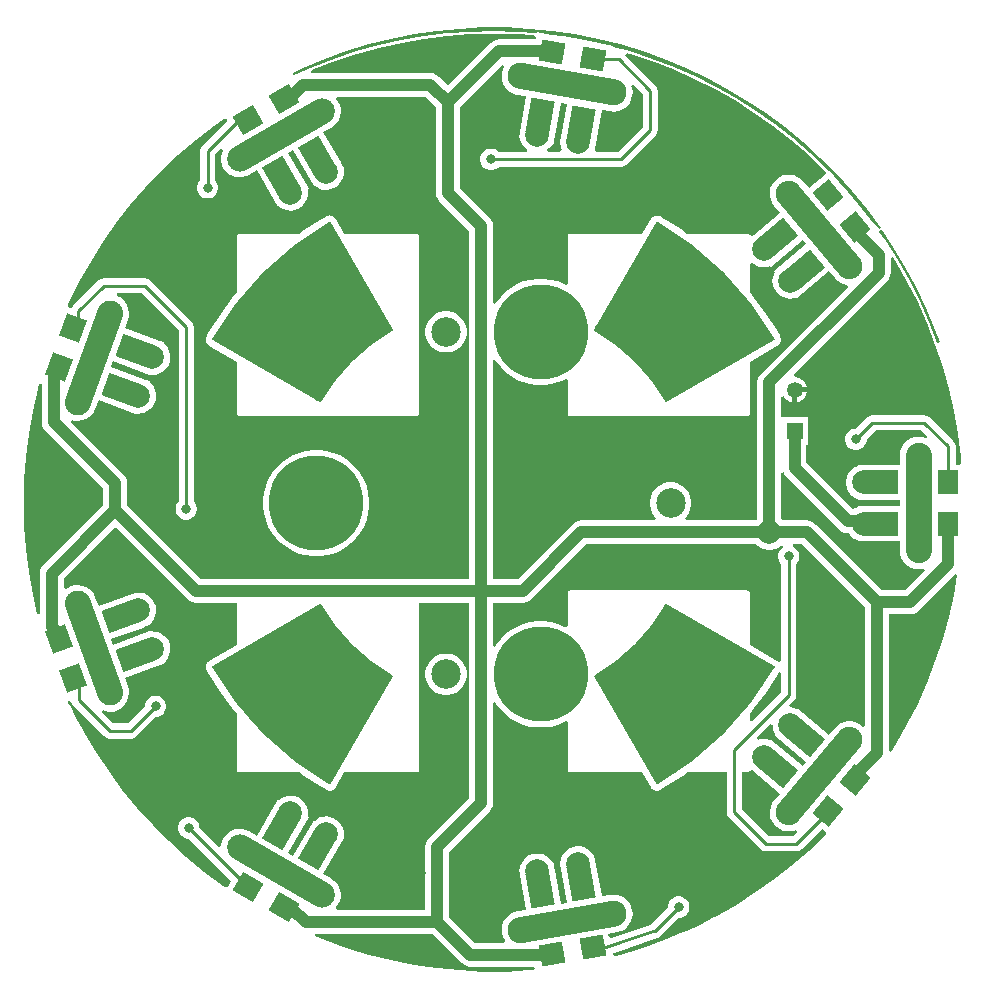
<source format=gtl>
G04*
G04 #@! TF.GenerationSoftware,Altium Limited,Altium Designer,21.7.2 (23)*
G04*
G04 Layer_Physical_Order=1*
G04 Layer_Color=255*
%FSLAX44Y44*%
%MOMM*%
G71*
G04*
G04 #@! TF.SameCoordinates,2A747545-166F-4027-A645-87B35D0606EC*
G04*
G04*
G04 #@! TF.FilePolarity,Positive*
G04*
G01*
G75*
%ADD10C,0.2000*%
%ADD24C,0.2500*%
%ADD25C,0.2540*%
G04:AMPARAMS|DCode=26|XSize=2mm|YSize=3mm|CornerRadius=0mm|HoleSize=0mm|Usage=FLASHONLY|Rotation=230.000|XOffset=0mm|YOffset=0mm|HoleType=Round|Shape=Rectangle|*
%AMROTATEDRECTD26*
4,1,4,-0.5063,1.7302,1.7919,-0.1981,0.5063,-1.7302,-1.7919,0.1981,-0.5063,1.7302,0.0*
%
%ADD26ROTATEDRECTD26*%

%ADD27C,2.0000*%
G04:AMPARAMS|DCode=28|XSize=1.8mm|YSize=2mm|CornerRadius=0mm|HoleSize=0mm|Usage=FLASHONLY|Rotation=140.000|XOffset=0mm|YOffset=0mm|HoleType=Round|Shape=Rectangle|*
%AMROTATEDRECTD28*
4,1,4,1.3322,0.1875,0.0467,-1.3445,-1.3322,-0.1875,-0.0467,1.3445,1.3322,0.1875,0.0*
%
%ADD28ROTATEDRECTD28*%

G04:AMPARAMS|DCode=29|XSize=2mm|YSize=3mm|CornerRadius=0mm|HoleSize=0mm|Usage=FLASHONLY|Rotation=10.000|XOffset=0mm|YOffset=0mm|HoleType=Round|Shape=Rectangle|*
%AMROTATEDRECTD29*
4,1,4,-0.7243,-1.6509,-1.2453,1.3036,0.7243,1.6509,1.2453,-1.3036,-0.7243,-1.6509,0.0*
%
%ADD29ROTATEDRECTD29*%

G04:AMPARAMS|DCode=30|XSize=1.8mm|YSize=2mm|CornerRadius=0mm|HoleSize=0mm|Usage=FLASHONLY|Rotation=100.000|XOffset=0mm|YOffset=0mm|HoleType=Round|Shape=Rectangle|*
%AMROTATEDRECTD30*
4,1,4,1.1411,-0.7127,-0.8285,-1.0600,-1.1411,0.7127,0.8285,1.0600,1.1411,-0.7127,0.0*
%
%ADD30ROTATEDRECTD30*%

G04:AMPARAMS|DCode=31|XSize=2mm|YSize=3mm|CornerRadius=0mm|HoleSize=0mm|Usage=FLASHONLY|Rotation=150.000|XOffset=0mm|YOffset=0mm|HoleType=Round|Shape=Rectangle|*
%AMROTATEDRECTD31*
4,1,4,1.6160,0.7990,0.1160,-1.7990,-1.6160,-0.7990,-0.1160,1.7990,1.6160,0.7990,0.0*
%
%ADD31ROTATEDRECTD31*%

G04:AMPARAMS|DCode=32|XSize=1.8mm|YSize=2mm|CornerRadius=0mm|HoleSize=0mm|Usage=FLASHONLY|Rotation=60.000|XOffset=0mm|YOffset=0mm|HoleType=Round|Shape=Rectangle|*
%AMROTATEDRECTD32*
4,1,4,0.4160,-1.2794,-1.3160,-0.2794,-0.4160,1.2794,1.3160,0.2794,0.4160,-1.2794,0.0*
%
%ADD32ROTATEDRECTD32*%

G04:AMPARAMS|DCode=33|XSize=2mm|YSize=3mm|CornerRadius=0mm|HoleSize=0mm|Usage=FLASHONLY|Rotation=210.000|XOffset=0mm|YOffset=0mm|HoleType=Round|Shape=Rectangle|*
%AMROTATEDRECTD33*
4,1,4,0.1160,1.7990,1.6160,-0.7990,-0.1160,-1.7990,-1.6160,0.7990,0.1160,1.7990,0.0*
%
%ADD33ROTATEDRECTD33*%

G04:AMPARAMS|DCode=34|XSize=1.8mm|YSize=2mm|CornerRadius=0mm|HoleSize=0mm|Usage=FLASHONLY|Rotation=300.000|XOffset=0mm|YOffset=0mm|HoleType=Round|Shape=Rectangle|*
%AMROTATEDRECTD34*
4,1,4,-1.3160,0.2794,0.4160,1.2794,1.3160,-0.2794,-0.4160,-1.2794,-1.3160,0.2794,0.0*
%
%ADD34ROTATEDRECTD34*%

G04:AMPARAMS|DCode=35|XSize=2mm|YSize=3mm|CornerRadius=0mm|HoleSize=0mm|Usage=FLASHONLY|Rotation=70.000|XOffset=0mm|YOffset=0mm|HoleType=Round|Shape=Rectangle|*
%AMROTATEDRECTD35*
4,1,4,1.0675,-1.4527,-1.7516,-0.4267,-1.0675,1.4527,1.7516,0.4267,1.0675,-1.4527,0.0*
%
%ADD35ROTATEDRECTD35*%

G04:AMPARAMS|DCode=36|XSize=1.8mm|YSize=2mm|CornerRadius=0mm|HoleSize=0mm|Usage=FLASHONLY|Rotation=340.000|XOffset=0mm|YOffset=0mm|HoleType=Round|Shape=Rectangle|*
%AMROTATEDRECTD36*
4,1,4,-1.1877,-0.6319,-0.5037,1.2475,1.1877,0.6319,0.5037,-1.2475,-1.1877,-0.6319,0.0*
%
%ADD36ROTATEDRECTD36*%

G04:AMPARAMS|DCode=37|XSize=2mm|YSize=3mm|CornerRadius=0mm|HoleSize=0mm|Usage=FLASHONLY|Rotation=290.000|XOffset=0mm|YOffset=0mm|HoleType=Round|Shape=Rectangle|*
%AMROTATEDRECTD37*
4,1,4,-1.7516,0.4267,1.0675,1.4527,1.7516,-0.4267,-1.0675,-1.4527,-1.7516,0.4267,0.0*
%
%ADD37ROTATEDRECTD37*%

G04:AMPARAMS|DCode=38|XSize=1.8mm|YSize=2mm|CornerRadius=0mm|HoleSize=0mm|Usage=FLASHONLY|Rotation=20.000|XOffset=0mm|YOffset=0mm|HoleType=Round|Shape=Rectangle|*
%AMROTATEDRECTD38*
4,1,4,-0.5037,-1.2475,-1.1877,0.6319,0.5037,1.2475,1.1877,-0.6319,-0.5037,-1.2475,0.0*
%
%ADD38ROTATEDRECTD38*%

G04:AMPARAMS|DCode=39|XSize=2mm|YSize=3mm|CornerRadius=0mm|HoleSize=0mm|Usage=FLASHONLY|Rotation=350.000|XOffset=0mm|YOffset=0mm|HoleType=Round|Shape=Rectangle|*
%AMROTATEDRECTD39*
4,1,4,-1.2453,-1.3036,-0.7243,1.6509,1.2453,1.3036,0.7243,-1.6509,-1.2453,-1.3036,0.0*
%
%ADD39ROTATEDRECTD39*%

G04:AMPARAMS|DCode=40|XSize=1.8mm|YSize=2mm|CornerRadius=0mm|HoleSize=0mm|Usage=FLASHONLY|Rotation=260.000|XOffset=0mm|YOffset=0mm|HoleType=Round|Shape=Rectangle|*
%AMROTATEDRECTD40*
4,1,4,-0.8285,1.0600,1.1411,0.7127,0.8285,-1.0600,-1.1411,-0.7127,-0.8285,1.0600,0.0*
%
%ADD40ROTATEDRECTD40*%

%ADD41R,3.0000X2.0000*%
%ADD42R,1.8000X2.0000*%
G04:AMPARAMS|DCode=43|XSize=2mm|YSize=3mm|CornerRadius=0mm|HoleSize=0mm|Usage=FLASHONLY|Rotation=130.000|XOffset=0mm|YOffset=0mm|HoleType=Round|Shape=Rectangle|*
%AMROTATEDRECTD43*
4,1,4,1.7919,0.1981,-0.5063,-1.7302,-1.7919,-0.1981,0.5063,1.7302,1.7919,0.1981,0.0*
%
%ADD43ROTATEDRECTD43*%

G04:AMPARAMS|DCode=44|XSize=1.8mm|YSize=2mm|CornerRadius=0mm|HoleSize=0mm|Usage=FLASHONLY|Rotation=220.000|XOffset=0mm|YOffset=0mm|HoleType=Round|Shape=Rectangle|*
%AMROTATEDRECTD44*
4,1,4,0.0467,1.3445,1.3322,-0.1875,-0.0467,-1.3445,-1.3322,0.1875,0.0467,1.3445,0.0*
%
%ADD44ROTATEDRECTD44*%

%ADD45C,1.0000*%
%ADD46C,0.6000*%
G04:AMPARAMS|DCode=47|XSize=2.2mm|YSize=10.2mm|CornerRadius=1.1mm|HoleSize=0mm|Usage=FLASHONLY|Rotation=140.000|XOffset=0mm|YOffset=0mm|HoleType=Round|Shape=RoundedRectangle|*
%AMROUNDEDRECTD47*
21,1,2.2000,8.0000,0,0,140.0*
21,1,0.0000,10.2000,0,0,140.0*
1,1,2.2000,2.5712,3.0642*
1,1,2.2000,2.5712,3.0642*
1,1,2.2000,-2.5712,-3.0642*
1,1,2.2000,-2.5712,-3.0642*
%
%ADD47ROUNDEDRECTD47*%
G04:AMPARAMS|DCode=48|XSize=2.2mm|YSize=10.2mm|CornerRadius=1.1mm|HoleSize=0mm|Usage=FLASHONLY|Rotation=100.000|XOffset=0mm|YOffset=0mm|HoleType=Round|Shape=RoundedRectangle|*
%AMROUNDEDRECTD48*
21,1,2.2000,8.0000,0,0,100.0*
21,1,0.0000,10.2000,0,0,100.0*
1,1,2.2000,3.9392,0.6946*
1,1,2.2000,3.9392,0.6946*
1,1,2.2000,-3.9392,-0.6946*
1,1,2.2000,-3.9392,-0.6946*
%
%ADD48ROUNDEDRECTD48*%
G04:AMPARAMS|DCode=49|XSize=2.2mm|YSize=10.2mm|CornerRadius=1.1mm|HoleSize=0mm|Usage=FLASHONLY|Rotation=60.000|XOffset=0mm|YOffset=0mm|HoleType=Round|Shape=RoundedRectangle|*
%AMROUNDEDRECTD49*
21,1,2.2000,8.0000,0,0,60.0*
21,1,0.0000,10.2000,0,0,60.0*
1,1,2.2000,3.4641,-2.0000*
1,1,2.2000,3.4641,-2.0000*
1,1,2.2000,-3.4641,2.0000*
1,1,2.2000,-3.4641,2.0000*
%
%ADD49ROUNDEDRECTD49*%
G04:AMPARAMS|DCode=50|XSize=2.2mm|YSize=10.2mm|CornerRadius=1.1mm|HoleSize=0mm|Usage=FLASHONLY|Rotation=300.000|XOffset=0mm|YOffset=0mm|HoleType=Round|Shape=RoundedRectangle|*
%AMROUNDEDRECTD50*
21,1,2.2000,8.0000,0,0,300.0*
21,1,0.0000,10.2000,0,0,300.0*
1,1,2.2000,-3.4641,-2.0000*
1,1,2.2000,-3.4641,-2.0000*
1,1,2.2000,3.4641,2.0000*
1,1,2.2000,3.4641,2.0000*
%
%ADD50ROUNDEDRECTD50*%
G04:AMPARAMS|DCode=51|XSize=2.2mm|YSize=10.2mm|CornerRadius=1.1mm|HoleSize=0mm|Usage=FLASHONLY|Rotation=340.000|XOffset=0mm|YOffset=0mm|HoleType=Round|Shape=RoundedRectangle|*
%AMROUNDEDRECTD51*
21,1,2.2000,8.0000,0,0,340.0*
21,1,0.0000,10.2000,0,0,340.0*
1,1,2.2000,-1.3681,-3.7588*
1,1,2.2000,-1.3681,-3.7588*
1,1,2.2000,1.3681,3.7588*
1,1,2.2000,1.3681,3.7588*
%
%ADD51ROUNDEDRECTD51*%
G04:AMPARAMS|DCode=52|XSize=2.2mm|YSize=10.2mm|CornerRadius=1.1mm|HoleSize=0mm|Usage=FLASHONLY|Rotation=20.000|XOffset=0mm|YOffset=0mm|HoleType=Round|Shape=RoundedRectangle|*
%AMROUNDEDRECTD52*
21,1,2.2000,8.0000,0,0,20.0*
21,1,0.0000,10.2000,0,0,20.0*
1,1,2.2000,1.3681,-3.7588*
1,1,2.2000,1.3681,-3.7588*
1,1,2.2000,-1.3681,3.7588*
1,1,2.2000,-1.3681,3.7588*
%
%ADD52ROUNDEDRECTD52*%
G04:AMPARAMS|DCode=53|XSize=2.2mm|YSize=10.2mm|CornerRadius=1.1mm|HoleSize=0mm|Usage=FLASHONLY|Rotation=260.000|XOffset=0mm|YOffset=0mm|HoleType=Round|Shape=RoundedRectangle|*
%AMROUNDEDRECTD53*
21,1,2.2000,8.0000,0,0,260.0*
21,1,0.0000,10.2000,0,0,260.0*
1,1,2.2000,-3.9392,0.6946*
1,1,2.2000,-3.9392,0.6946*
1,1,2.2000,3.9392,-0.6946*
1,1,2.2000,3.9392,-0.6946*
%
%ADD53ROUNDEDRECTD53*%
G04:AMPARAMS|DCode=54|XSize=2.2mm|YSize=10.2mm|CornerRadius=1.1mm|HoleSize=0mm|Usage=FLASHONLY|Rotation=180.000|XOffset=0mm|YOffset=0mm|HoleType=Round|Shape=RoundedRectangle|*
%AMROUNDEDRECTD54*
21,1,2.2000,8.0000,0,0,180.0*
21,1,0.0000,10.2000,0,0,180.0*
1,1,2.2000,0.0000,4.0000*
1,1,2.2000,0.0000,4.0000*
1,1,2.2000,0.0000,-4.0000*
1,1,2.2000,0.0000,-4.0000*
%
%ADD54ROUNDEDRECTD54*%
G04:AMPARAMS|DCode=55|XSize=2.2mm|YSize=10.2mm|CornerRadius=1.1mm|HoleSize=0mm|Usage=FLASHONLY|Rotation=220.000|XOffset=0mm|YOffset=0mm|HoleType=Round|Shape=RoundedRectangle|*
%AMROUNDEDRECTD55*
21,1,2.2000,8.0000,0,0,220.0*
21,1,0.0000,10.2000,0,0,220.0*
1,1,2.2000,-2.5712,3.0642*
1,1,2.2000,-2.5712,3.0642*
1,1,2.2000,2.5712,-3.0642*
1,1,2.2000,2.5712,-3.0642*
%
%ADD55ROUNDEDRECTD55*%
%ADD56C,2.5000*%
%ADD57C,1.3500*%
%ADD58R,1.3500X1.3500*%
%ADD59C,8.0000*%
%ADD60C,0.8000*%
%ADD61C,0.4000*%
G36*
X19504Y397014D02*
X34754Y395889D01*
X35990Y394134D01*
X35526Y392710D01*
X4793D01*
X2183Y392366D01*
X-250Y391359D01*
X-2339Y389756D01*
X-38551Y353544D01*
X-46139Y361132D01*
X-48228Y362735D01*
X-50661Y363743D01*
X-53271Y364086D01*
X-154390D01*
X-154804Y366043D01*
X-152114Y367235D01*
X-133911Y374257D01*
X-115386Y380377D01*
X-96583Y385580D01*
X-77547Y389855D01*
X-58324Y393190D01*
X-38961Y395579D01*
X-19504Y397014D01*
X0Y397493D01*
X19504Y397014D01*
D02*
G37*
G36*
X126628Y346361D02*
Y318640D01*
X105360Y297372D01*
X87260D01*
X85789Y299373D01*
X91728Y333054D01*
X99114Y331752D01*
X102256Y331511D01*
X105386Y331889D01*
X108381Y332869D01*
X111127Y334415D01*
X113519Y336467D01*
X115465Y338946D01*
X116890Y341758D01*
X117739Y344793D01*
X117979Y347936D01*
X117602Y351065D01*
X116875Y353284D01*
X118628Y354361D01*
X126628Y346361D01*
D02*
G37*
G36*
X62184Y338264D02*
X57157Y309758D01*
X57157Y309758D01*
X56644Y306848D01*
Y306848D01*
X56033Y303379D01*
X56855Y303234D01*
X57348Y301010D01*
X58068Y299373D01*
X56840Y297372D01*
X46273D01*
X45642Y299372D01*
X47018Y300336D01*
X49062Y302471D01*
X50286Y304392D01*
X51108Y304247D01*
X51720Y307716D01*
X51720Y307717D01*
X52233Y310626D01*
Y310626D01*
X57259Y339132D01*
X62184Y338264D01*
D02*
G37*
G36*
X115386Y380377D02*
X133911Y374257D01*
X152114Y367235D01*
X169950Y359329D01*
X187377Y350557D01*
X204352Y340941D01*
X220835Y330503D01*
X236786Y319269D01*
X252167Y307266D01*
X266940Y294523D01*
X281070Y281070D01*
X281544Y280572D01*
X281432Y278575D01*
X267201Y266634D01*
X262381Y272380D01*
X260128Y274584D01*
X257488Y276306D01*
X254563Y277480D01*
X251466Y278062D01*
X248314Y278027D01*
X245230Y277379D01*
X242332Y276141D01*
X239730Y274361D01*
X237526Y272108D01*
X235804Y269469D01*
X234629Y266544D01*
X234048Y263447D01*
X234083Y260295D01*
X234731Y257211D01*
X235969Y254312D01*
X237749Y251711D01*
X242570Y245965D01*
X220396Y227360D01*
X220396Y227360D01*
X218971Y226164D01*
X218917Y226160D01*
X216992Y226748D01*
X216833Y226878D01*
X216780Y226936D01*
X216442Y227442D01*
X215780Y227884D01*
X215000Y228039D01*
X164269D01*
X160455Y230845D01*
X146448Y239902D01*
X142037Y242390D01*
X141657Y242723D01*
X141275Y242852D01*
X140939Y243077D01*
X140154Y243233D01*
X139396Y243490D01*
X138994Y243464D01*
X138598Y243542D01*
X137813Y243386D01*
X137015Y243334D01*
X136653Y243155D01*
X136257Y243077D01*
X135591Y242632D01*
X134874Y242278D01*
X134608Y241975D01*
X134272Y241751D01*
X133828Y241085D01*
X133300Y240484D01*
X126115Y228039D01*
X65000D01*
X64220Y227884D01*
X63558Y227442D01*
X63116Y226780D01*
X62961Y226000D01*
Y185705D01*
X61229Y184705D01*
X59946Y185446D01*
X54496Y187703D01*
X48798Y189230D01*
X42949Y190000D01*
X37050D01*
X31202Y189230D01*
X25504Y187703D01*
X20054Y185446D01*
X14946Y182496D01*
X10266Y178905D01*
X6095Y174734D01*
X2504Y170054D01*
X1640Y168559D01*
X-292Y169076D01*
Y234378D01*
X-635Y236989D01*
X-1643Y239421D01*
X-3246Y241510D01*
X-28465Y266729D01*
Y335102D01*
X7862Y371428D01*
X8014Y371382D01*
X8189Y371239D01*
X8995Y368997D01*
X8137Y367304D01*
X7288Y364268D01*
X7048Y361126D01*
X7425Y357997D01*
X8405Y355002D01*
X9951Y352255D01*
X12003Y349863D01*
X14483Y347917D01*
X17294Y346492D01*
X20329Y345644D01*
X27715Y344341D01*
X21564Y309457D01*
X22387Y309312D01*
X22880Y307087D01*
X24070Y304383D01*
X25765Y301962D01*
X27899Y299919D01*
X28757Y299372D01*
X28174Y297372D01*
X4355D01*
X3526Y298202D01*
X1474Y299387D01*
X-815Y300000D01*
X-3185D01*
X-5474Y299387D01*
X-7526Y298202D01*
X-9202Y296526D01*
X-10387Y294474D01*
X-11000Y292185D01*
Y289815D01*
X-10387Y287526D01*
X-9202Y285474D01*
X-7526Y283798D01*
X-5474Y282613D01*
X-3185Y282000D01*
X-815D01*
X1474Y282613D01*
X3526Y283798D01*
X4355Y284628D01*
X108000D01*
X110439Y285113D01*
X112506Y286494D01*
X137506Y311494D01*
X138887Y313561D01*
X139372Y316000D01*
Y349000D01*
X138887Y351439D01*
X137506Y353506D01*
X111686Y379325D01*
X112728Y381112D01*
X115386Y380377D01*
D02*
G37*
G36*
X-48637Y335102D02*
Y262551D01*
X-48293Y259940D01*
X-47286Y257508D01*
X-45683Y255419D01*
X-20464Y230200D01*
Y-64012D01*
X-247631D01*
X-310050Y-1593D01*
Y16577D01*
X-310394Y19187D01*
X-311401Y21620D01*
X-313004Y23709D01*
X-357729Y68434D01*
X-356702Y70235D01*
X-354416Y69649D01*
X-351269Y69478D01*
X-348149Y69923D01*
X-345176Y70968D01*
X-342463Y72574D01*
X-340117Y74678D01*
X-338225Y77199D01*
X-336862Y80041D01*
X-334297Y87088D01*
X-301011Y74973D01*
X-300725Y75758D01*
X-298449Y75858D01*
X-295579Y76560D01*
X-292901Y77808D01*
X-290518Y79556D01*
X-288522Y81734D01*
X-286989Y84260D01*
X-285978Y87037D01*
X-285529Y89957D01*
X-285658Y92909D01*
X-286360Y95779D01*
X-287609Y98457D01*
X-289356Y100840D01*
X-291036Y102379D01*
X-290750Y103164D01*
X-294060Y104369D01*
X-294060Y104369D01*
X-296837Y105379D01*
X-296837Y105379D01*
X-324037Y115279D01*
X-322327Y119978D01*
X-289040Y107863D01*
X-288755Y108647D01*
X-286478Y108747D01*
X-283608Y109449D01*
X-280930Y110698D01*
X-278547Y112445D01*
X-276551Y114623D01*
X-275018Y117149D01*
X-274008Y119926D01*
X-273558Y122846D01*
X-273687Y125798D01*
X-274389Y128668D01*
X-275638Y131346D01*
X-277385Y133729D01*
X-279065Y135268D01*
X-278780Y136053D01*
X-282090Y137258D01*
X-282090Y137258D01*
X-284866Y138269D01*
X-284867Y138269D01*
X-312066Y148168D01*
X-309501Y155216D01*
X-308718Y158269D01*
X-308546Y161416D01*
X-308992Y164536D01*
X-310037Y167510D01*
X-311643Y170222D01*
X-313747Y172568D01*
X-316268Y174460D01*
X-318703Y175628D01*
X-318271Y177628D01*
X-297640D01*
X-266372Y146360D01*
Y1355D01*
X-267202Y526D01*
X-268387Y-1526D01*
X-269000Y-3815D01*
Y-6185D01*
X-268387Y-8474D01*
X-267202Y-10526D01*
X-265526Y-12202D01*
X-263474Y-13387D01*
X-261185Y-14000D01*
X-258815D01*
X-256526Y-13387D01*
X-254474Y-12202D01*
X-252798Y-10526D01*
X-251613Y-8474D01*
X-251000Y-6185D01*
Y-3815D01*
X-251613Y-1526D01*
X-252798Y526D01*
X-253628Y1355D01*
Y149000D01*
X-254113Y151439D01*
X-255494Y153506D01*
X-290494Y188506D01*
X-292561Y189887D01*
X-295000Y190372D01*
X-330000D01*
X-332439Y189887D01*
X-334506Y188506D01*
X-356124Y166888D01*
X-357505Y164821D01*
X-357628Y164752D01*
X-359700Y165506D01*
X-360483Y167346D01*
X-359329Y169950D01*
X-350557Y187377D01*
X-340941Y204352D01*
X-330503Y220835D01*
X-319269Y236786D01*
X-307266Y252167D01*
X-294523Y266940D01*
X-281070Y281070D01*
X-266940Y294523D01*
X-252167Y307266D01*
X-236786Y319269D01*
X-227996Y325460D01*
X-225845Y324868D01*
X-225335Y323600D01*
X-246506Y302430D01*
X-247887Y300362D01*
X-248372Y297924D01*
Y273355D01*
X-249202Y272526D01*
X-250387Y270474D01*
X-251000Y268185D01*
Y265815D01*
X-250387Y263526D01*
X-249202Y261474D01*
X-247526Y259798D01*
X-245474Y258613D01*
X-243185Y258000D01*
X-240815D01*
X-238526Y258613D01*
X-236474Y259798D01*
X-234798Y261474D01*
X-233613Y263526D01*
X-233000Y265815D01*
Y268185D01*
X-233613Y270474D01*
X-234798Y272526D01*
X-235628Y273355D01*
Y295284D01*
X-230403Y300509D01*
X-228826Y299257D01*
X-229060Y298880D01*
X-230171Y295930D01*
X-230684Y292821D01*
X-230581Y289671D01*
X-229865Y286601D01*
X-228564Y283731D01*
X-226729Y281169D01*
X-224428Y279014D01*
X-221752Y277350D01*
X-218802Y276240D01*
X-215693Y275726D01*
X-212542Y275829D01*
X-209473Y276545D01*
X-206602Y277846D01*
X-200107Y281596D01*
X-182396Y250919D01*
X-181672Y251336D01*
X-179865Y249949D01*
X-177215Y248643D01*
X-174361Y247878D01*
X-171412Y247684D01*
X-168483Y248070D01*
X-165685Y249020D01*
X-163126Y250497D01*
X-160905Y252446D01*
X-159106Y254790D01*
X-157799Y257440D01*
X-157034Y260294D01*
X-156841Y263242D01*
X-157138Y265501D01*
X-156415Y265919D01*
X-158176Y268969D01*
X-158176Y268969D01*
X-159654Y271528D01*
X-159654Y271528D01*
X-174126Y296596D01*
X-169796Y299096D01*
X-152085Y268419D01*
X-151362Y268836D01*
X-149554Y267449D01*
X-146904Y266143D01*
X-144050Y265378D01*
X-141101Y265184D01*
X-138172Y265570D01*
X-135374Y266520D01*
X-132815Y267997D01*
X-130594Y269946D01*
X-128795Y272290D01*
X-127488Y274940D01*
X-126723Y277794D01*
X-126530Y280742D01*
X-126827Y283001D01*
X-126104Y283419D01*
X-127865Y286469D01*
X-127865Y286469D01*
X-129343Y289028D01*
X-129343Y289029D01*
X-143815Y314096D01*
X-137320Y317846D01*
X-134758Y319681D01*
X-132604Y321982D01*
X-130940Y324658D01*
X-129829Y327608D01*
X-129316Y330718D01*
X-129419Y333868D01*
X-130135Y336937D01*
X-131435Y339808D01*
X-132945Y341914D01*
X-132255Y343914D01*
X-57449D01*
X-48637Y335102D01*
D02*
G37*
G36*
X30409Y401688D02*
X49936Y399765D01*
X69346Y396886D01*
X88590Y393058D01*
X107624Y388290D01*
X126401Y382594D01*
X144876Y375984D01*
X163004Y368475D01*
X180742Y360086D01*
X198047Y350836D01*
X214877Y340748D01*
X231192Y329847D01*
X246952Y318158D01*
X262120Y305711D01*
X276659Y292533D01*
X290533Y278659D01*
X303710Y264120D01*
X316158Y248952D01*
X327847Y233192D01*
X328042Y232899D01*
X326440Y231698D01*
X319267Y240246D01*
X308911Y253517D01*
X296099Y268369D01*
X292478Y272172D01*
X284761Y281369D01*
X284184Y280884D01*
X282574Y282574D01*
X268369Y296099D01*
X253517Y308911D01*
X238054Y320978D01*
X222017Y332272D01*
X205446Y342766D01*
X188380Y352434D01*
X170860Y361253D01*
X152928Y369201D01*
X134628Y376260D01*
X116004Y382413D01*
X101156Y386522D01*
X101292Y387295D01*
X89022Y389458D01*
X77962Y391942D01*
X58636Y395295D01*
X49596Y396410D01*
X37279Y398582D01*
X37149Y397845D01*
X19608Y399139D01*
X0Y399620D01*
X-19608Y399139D01*
X-39170Y397696D01*
X-58636Y395295D01*
X-77962Y391942D01*
X-97100Y387644D01*
X-116004Y382413D01*
X-134628Y376260D01*
X-152928Y369201D01*
X-169152Y362010D01*
X-169503Y362243D01*
X-169340Y364533D01*
X-161004Y368475D01*
X-142876Y375984D01*
X-124401Y382594D01*
X-105624Y388290D01*
X-86590Y393058D01*
X-67346Y396886D01*
X-47936Y399765D01*
X-28409Y401688D01*
X-8811Y402651D01*
X10811D01*
X30409Y401688D01*
D02*
G37*
G36*
X265067Y219154D02*
X237932Y196385D01*
X238469Y195745D01*
X237416Y193724D01*
X236590Y190887D01*
X236332Y187944D01*
X236654Y185007D01*
X237542Y182189D01*
X238963Y179598D01*
X240863Y177335D01*
X243167Y175485D01*
X245788Y174121D01*
X248625Y173294D01*
X251568Y173036D01*
X254505Y173358D01*
X256679Y174043D01*
X257215Y173404D01*
X284351Y196173D01*
X289172Y190427D01*
X291424Y188223D01*
X294064Y186501D01*
X296989Y185327D01*
X299335Y184886D01*
X300148Y182870D01*
X226580Y109303D01*
X224977Y107214D01*
X223970Y104781D01*
X223626Y102171D01*
Y-13437D01*
X222585Y-14478D01*
X163099D01*
X162271Y-12478D01*
X163593Y-11156D01*
X165508Y-8289D01*
X166828Y-5105D01*
X167500Y-1724D01*
Y1724D01*
X166828Y5105D01*
X165508Y8289D01*
X163593Y11156D01*
X161156Y13593D01*
X158289Y15508D01*
X155105Y16827D01*
X151724Y17500D01*
X148276D01*
X144895Y16827D01*
X141711Y15508D01*
X138844Y13593D01*
X136407Y11156D01*
X134492Y8289D01*
X133173Y5105D01*
X132500Y1724D01*
Y-1724D01*
X133173Y-5105D01*
X134492Y-8289D01*
X136407Y-11156D01*
X137729Y-12478D01*
X136901Y-14478D01*
X74436D01*
X71825Y-14822D01*
X69393Y-15829D01*
X67304Y-17432D01*
X20724Y-64012D01*
X-292D01*
Y120924D01*
X1640Y121441D01*
X2504Y119946D01*
X6095Y115266D01*
X10266Y111095D01*
X14946Y107504D01*
X20054Y104554D01*
X25504Y102297D01*
X31202Y100770D01*
X37050Y100000D01*
X42949D01*
X48798Y100770D01*
X54496Y102297D01*
X59946Y104554D01*
X61229Y105295D01*
X62961Y104295D01*
Y76000D01*
X63116Y75220D01*
X63558Y74558D01*
X64220Y74116D01*
X65000Y73961D01*
X215000D01*
X215780Y74116D01*
X216442Y74558D01*
X216884Y75220D01*
X217039Y76000D01*
Y119764D01*
X240484Y133300D01*
X241085Y133828D01*
X241751Y134272D01*
X241975Y134608D01*
X242278Y134874D01*
X242632Y135591D01*
X243077Y136257D01*
X243155Y136653D01*
X243334Y137015D01*
X243386Y137813D01*
X243542Y138598D01*
X243464Y138994D01*
X243490Y139396D01*
X243233Y140154D01*
X243077Y140939D01*
X242852Y141275D01*
X242723Y141657D01*
X242390Y142037D01*
X239902Y146448D01*
X230845Y160455D01*
X220960Y173890D01*
X217039Y178594D01*
Y202722D01*
X219039Y203605D01*
X220669Y202297D01*
X223290Y200932D01*
X226127Y200105D01*
X229071Y199848D01*
X232008Y200170D01*
X234181Y200855D01*
X234718Y200215D01*
X261853Y222984D01*
X265067Y219154D01*
D02*
G37*
G36*
X328908Y231603D02*
X338748Y216877D01*
X348836Y200047D01*
X358086Y182742D01*
X366475Y165004D01*
X373984Y146876D01*
X377885Y135973D01*
X376010Y135276D01*
X369201Y152928D01*
X361253Y170860D01*
X352434Y188380D01*
X342766Y205446D01*
X332272Y222017D01*
X326717Y229905D01*
X327858Y231758D01*
X328908Y231603D01*
D02*
G37*
G36*
X143700Y234479D02*
X153638Y228148D01*
X163290Y221390D01*
X172638Y214217D01*
X181664Y206643D01*
X190351Y198683D01*
X198683Y190351D01*
X206643Y181664D01*
X214217Y172638D01*
X221390Y163290D01*
X228148Y153638D01*
X234479Y143700D01*
X237425Y138598D01*
X146492Y86098D01*
X143716Y90729D01*
X137718Y99707D01*
X131145Y108273D01*
X124026Y116391D01*
X116391Y124026D01*
X108273Y131145D01*
X99707Y137718D01*
X90729Y143716D01*
X86098Y146492D01*
Y146492D01*
X138598Y237425D01*
X143700Y234479D01*
D02*
G37*
G36*
X340941Y204352D02*
X350557Y187377D01*
X359329Y169950D01*
X367235Y152114D01*
X374257Y133911D01*
X380377Y115386D01*
X385580Y96583D01*
X389855Y77547D01*
X393190Y58324D01*
X395579Y38961D01*
X395947Y33965D01*
X394586Y32500D01*
X391372D01*
Y48000D01*
X390887Y50439D01*
X389506Y52506D01*
X369506Y72506D01*
X367439Y73887D01*
X365000Y74372D01*
X321000D01*
X318561Y73887D01*
X316494Y72506D01*
X306988Y63000D01*
X305815D01*
X303526Y62387D01*
X301474Y61202D01*
X299798Y59526D01*
X298613Y57474D01*
X298000Y55185D01*
Y52815D01*
X298613Y50526D01*
X299798Y48474D01*
X301474Y46798D01*
X303526Y45613D01*
X305815Y45000D01*
X308185D01*
X310474Y45613D01*
X312526Y46798D01*
X314202Y48474D01*
X315387Y50526D01*
X316000Y52815D01*
Y53988D01*
X323639Y61628D01*
X362360D01*
X367687Y56301D01*
X366482Y54678D01*
X366153Y54854D01*
X363137Y55768D01*
X360000Y56077D01*
X356864Y55768D01*
X353848Y54854D01*
X351068Y53368D01*
X348632Y51368D01*
X346632Y48932D01*
X345146Y46153D01*
X344231Y43137D01*
X343923Y40000D01*
Y32500D01*
X314978D01*
X314977Y32500D01*
X312023D01*
X312022Y32500D01*
X308500D01*
Y31665D01*
X306395Y30793D01*
X303938Y29151D01*
X301849Y27062D01*
X300207Y24605D01*
X299076Y21875D01*
X298500Y18977D01*
Y16023D01*
X299076Y13125D01*
X300207Y10395D01*
X301849Y7938D01*
X303938Y5849D01*
X306395Y4207D01*
X308500Y3335D01*
Y2500D01*
X343923D01*
Y-2500D01*
X308500D01*
Y-3335D01*
X306395Y-4207D01*
X304548Y-5441D01*
X265086Y34021D01*
Y49250D01*
X266750D01*
Y72750D01*
X243798D01*
Y89902D01*
X245798Y90437D01*
X246398Y89399D01*
X248399Y87398D01*
X250851Y85983D01*
X253000Y85407D01*
Y96000D01*
X255000D01*
Y98000D01*
X265593D01*
X265017Y100149D01*
X263602Y102601D01*
X261601Y104602D01*
X259149Y106017D01*
X256415Y106750D01*
X255384D01*
X254556Y108750D01*
X333630Y187824D01*
X335233Y189913D01*
X336241Y192346D01*
X336584Y194956D01*
Y207494D01*
X338584Y208074D01*
X340941Y204352D01*
D02*
G37*
G36*
X246265Y24800D02*
X247868Y22711D01*
X293298Y-22719D01*
X295387Y-24322D01*
X297819Y-25329D01*
X300430Y-25673D01*
X300921D01*
X301849Y-27062D01*
X303938Y-29151D01*
X306395Y-30793D01*
X308500Y-31665D01*
Y-32500D01*
X343923D01*
Y-40000D01*
X344231Y-43137D01*
X345146Y-46153D01*
X346632Y-48932D01*
X348632Y-51368D01*
X351068Y-53368D01*
X353848Y-54854D01*
X356864Y-55768D01*
X360000Y-56077D01*
X363137Y-55768D01*
X364198Y-55447D01*
X365258Y-57215D01*
X348559Y-73914D01*
X329178D01*
X272696Y-17432D01*
X270607Y-15829D01*
X268175Y-14822D01*
X265564Y-14478D01*
X244839D01*
X243798Y-13437D01*
Y25529D01*
X245798Y25927D01*
X246265Y24800D01*
D02*
G37*
G36*
X-382295Y100956D02*
Y68649D01*
X-381951Y66039D01*
X-380944Y63606D01*
X-379341Y61517D01*
X-330223Y12399D01*
Y-1593D01*
X-381132Y-52502D01*
X-382735Y-54591D01*
X-383743Y-57024D01*
X-384086Y-59634D01*
Y-94108D01*
X-386086Y-94330D01*
X-389855Y-77547D01*
X-393190Y-58324D01*
X-395579Y-38961D01*
X-397014Y-19504D01*
X-397493Y0D01*
X-397014Y19504D01*
X-395579Y38961D01*
X-393190Y58324D01*
X-389855Y77547D01*
X-385580Y96583D01*
X-384295Y101228D01*
X-382295Y100956D01*
D02*
G37*
G36*
X224150Y-36215D02*
X226607Y-37857D01*
X229337Y-38988D01*
X232235Y-39564D01*
X235189D01*
X238088Y-38988D01*
X240817Y-37857D01*
X243274Y-36215D01*
X244212Y-35278D01*
X244652Y-35386D01*
X244956Y-37520D01*
X244474Y-37798D01*
X242798Y-39474D01*
X241613Y-41526D01*
X241000Y-43815D01*
Y-46185D01*
X241613Y-48474D01*
X242798Y-50526D01*
X243628Y-51355D01*
Y-133432D01*
X243458Y-133553D01*
X242285Y-134047D01*
X241628Y-134190D01*
X241085Y-133828D01*
X240484Y-133300D01*
X217039Y-119764D01*
Y-76000D01*
X216884Y-75220D01*
X216442Y-74558D01*
X215780Y-74116D01*
X215000Y-73961D01*
X65000D01*
X64220Y-74116D01*
X63558Y-74558D01*
X63116Y-75220D01*
X62961Y-76000D01*
Y-104295D01*
X61229Y-105295D01*
X59946Y-104554D01*
X54496Y-102297D01*
X48798Y-100770D01*
X42949Y-100000D01*
X37050D01*
X31202Y-100770D01*
X25504Y-102297D01*
X20054Y-104554D01*
X14946Y-107504D01*
X10266Y-111095D01*
X6095Y-115266D01*
X2504Y-119946D01*
X1640Y-121441D01*
X-292Y-120924D01*
Y-84184D01*
X24902D01*
X27513Y-83841D01*
X29945Y-82833D01*
X32034Y-81230D01*
X78614Y-34650D01*
X222585D01*
X224150Y-36215D01*
D02*
G37*
G36*
X243628Y-143913D02*
Y-160151D01*
X218887Y-184891D01*
X217039Y-184126D01*
Y-178594D01*
X220960Y-173890D01*
X230845Y-160455D01*
X239902Y-146448D01*
X241628Y-143388D01*
X243628Y-143913D01*
D02*
G37*
G36*
X314914Y-88178D02*
Y-188746D01*
X312914Y-189562D01*
X311822Y-188446D01*
X309221Y-186666D01*
X306322Y-185429D01*
X303238Y-184780D01*
X300086Y-184746D01*
X296989Y-185327D01*
X294064Y-186501D01*
X291424Y-188223D01*
X289172Y-190427D01*
X284351Y-196173D01*
X257215Y-173404D01*
X256678Y-174043D01*
X254505Y-173358D01*
X251592Y-173039D01*
X251541Y-172976D01*
X250697Y-171105D01*
X254506Y-167296D01*
X255887Y-165229D01*
X256372Y-162790D01*
Y-51355D01*
X257202Y-50526D01*
X258387Y-48474D01*
X259000Y-46185D01*
Y-43815D01*
X258387Y-41526D01*
X257202Y-39474D01*
X255526Y-37798D01*
X253474Y-36613D01*
X253875Y-34650D01*
X261386D01*
X314914Y-88178D01*
D02*
G37*
G36*
X-258941Y-81230D02*
X-256852Y-82833D01*
X-254419Y-83841D01*
X-251809Y-84184D01*
X-217039D01*
Y-119764D01*
X-240484Y-133300D01*
X-241085Y-133828D01*
X-241751Y-134272D01*
X-241975Y-134608D01*
X-242278Y-134874D01*
X-242632Y-135591D01*
X-243077Y-136257D01*
X-243155Y-136653D01*
X-243334Y-137015D01*
X-243386Y-137813D01*
X-243542Y-138598D01*
X-243464Y-138994D01*
X-243490Y-139396D01*
X-243233Y-140154D01*
X-243077Y-140939D01*
X-242852Y-141275D01*
X-242723Y-141657D01*
X-242390Y-142037D01*
X-239902Y-146448D01*
X-230845Y-160455D01*
X-220960Y-173890D01*
X-217039Y-178594D01*
Y-226000D01*
X-216884Y-226780D01*
X-216442Y-227442D01*
X-215780Y-227884D01*
X-215000Y-228039D01*
X-164269D01*
X-160455Y-230845D01*
X-146448Y-239902D01*
X-142037Y-242390D01*
X-141657Y-242723D01*
X-141275Y-242852D01*
X-140939Y-243077D01*
X-140154Y-243233D01*
X-139396Y-243490D01*
X-138994Y-243464D01*
X-138598Y-243542D01*
X-137813Y-243386D01*
X-137015Y-243334D01*
X-136653Y-243155D01*
X-136257Y-243077D01*
X-135591Y-242632D01*
X-134874Y-242278D01*
X-134608Y-241975D01*
X-134272Y-241751D01*
X-133828Y-241085D01*
X-133300Y-240484D01*
X-126115Y-228039D01*
X-65000D01*
X-64220Y-227884D01*
X-63558Y-227442D01*
X-63116Y-226780D01*
X-62961Y-226000D01*
Y-84184D01*
X-20464D01*
Y-249822D01*
X-54563Y-283921D01*
X-56166Y-286010D01*
X-57174Y-288443D01*
X-57517Y-291053D01*
Y-344482D01*
X-132806D01*
X-133541Y-342622D01*
X-133271Y-342370D01*
X-131435Y-339808D01*
X-130135Y-336937D01*
X-129419Y-333868D01*
X-129316Y-330718D01*
X-129829Y-327608D01*
X-130940Y-324658D01*
X-132604Y-321982D01*
X-134758Y-319681D01*
X-137320Y-317846D01*
X-143815Y-314096D01*
X-126104Y-283419D01*
X-126828Y-283001D01*
X-126530Y-280742D01*
X-126723Y-277794D01*
X-127488Y-274940D01*
X-128795Y-272290D01*
X-130594Y-269946D01*
X-132815Y-267997D01*
X-135374Y-266520D01*
X-138172Y-265570D01*
X-141102Y-265184D01*
X-144050Y-265378D01*
X-146904Y-266143D01*
X-149554Y-267449D01*
X-151362Y-268836D01*
X-152085Y-268419D01*
X-153846Y-271469D01*
X-153846Y-271469D01*
X-155324Y-274028D01*
X-155324Y-274028D01*
X-169796Y-299096D01*
X-174126Y-296596D01*
X-156415Y-265919D01*
X-157138Y-265501D01*
X-156841Y-263242D01*
X-157034Y-260294D01*
X-157799Y-257440D01*
X-159106Y-254790D01*
X-160905Y-252446D01*
X-163126Y-250497D01*
X-165685Y-249020D01*
X-168483Y-248070D01*
X-171412Y-247684D01*
X-174361Y-247878D01*
X-177215Y-248643D01*
X-179865Y-249949D01*
X-181673Y-251336D01*
X-182396Y-250919D01*
X-184157Y-253969D01*
X-184157Y-253969D01*
X-185635Y-256528D01*
X-185635Y-256529D01*
X-200107Y-281596D01*
X-206602Y-277846D01*
X-209473Y-276545D01*
X-212542Y-275829D01*
X-215693Y-275726D01*
X-218802Y-276240D01*
X-221752Y-277350D01*
X-224428Y-279014D01*
X-226729Y-281169D01*
X-228564Y-283731D01*
X-229865Y-286601D01*
X-230581Y-289671D01*
X-230610Y-290550D01*
X-232637Y-291351D01*
X-249000Y-274988D01*
Y-273815D01*
X-249613Y-271526D01*
X-250798Y-269474D01*
X-252474Y-267798D01*
X-254526Y-266613D01*
X-256815Y-266000D01*
X-259185D01*
X-261474Y-266613D01*
X-263526Y-267798D01*
X-265202Y-269474D01*
X-266387Y-271526D01*
X-267000Y-273815D01*
Y-276185D01*
X-266387Y-278474D01*
X-265202Y-280526D01*
X-263526Y-282202D01*
X-261474Y-283387D01*
X-259185Y-284000D01*
X-258012D01*
X-222182Y-319830D01*
X-225075Y-324842D01*
X-227023Y-325296D01*
X-229192Y-323847D01*
X-244952Y-312159D01*
X-260120Y-299711D01*
X-274659Y-286533D01*
X-288533Y-272659D01*
X-301710Y-258120D01*
X-314158Y-242952D01*
X-325847Y-227192D01*
X-336748Y-210877D01*
X-345793Y-195786D01*
X-347792Y-192258D01*
X-353079Y-182366D01*
X-358812Y-170977D01*
X-359795Y-168899D01*
X-359858Y-168758D01*
X-358949Y-166778D01*
X-357231Y-168011D01*
X-356963Y-169363D01*
X-355581Y-171431D01*
X-329506Y-197506D01*
X-327439Y-198887D01*
X-325000Y-199372D01*
X-307000D01*
X-304561Y-198887D01*
X-302494Y-197506D01*
X-285988Y-181000D01*
X-284815D01*
X-282526Y-180387D01*
X-280474Y-179202D01*
X-278798Y-177526D01*
X-277613Y-175474D01*
X-277000Y-173185D01*
Y-170815D01*
X-277613Y-168526D01*
X-278798Y-166474D01*
X-280474Y-164798D01*
X-282526Y-163613D01*
X-284815Y-163000D01*
X-287185D01*
X-289474Y-163613D01*
X-291526Y-164798D01*
X-293202Y-166474D01*
X-294387Y-168526D01*
X-295000Y-170815D01*
Y-171988D01*
X-309639Y-186628D01*
X-322360D01*
X-331679Y-177309D01*
X-330586Y-175573D01*
X-328430Y-176332D01*
X-325310Y-176777D01*
X-322163Y-176605D01*
X-319110Y-175823D01*
X-316268Y-174460D01*
X-313747Y-172568D01*
X-311643Y-170222D01*
X-310037Y-167510D01*
X-308992Y-164536D01*
X-308547Y-161416D01*
X-308718Y-158269D01*
X-309501Y-155216D01*
X-312066Y-148168D01*
X-284867Y-138269D01*
X-284866Y-138269D01*
X-282090Y-137258D01*
X-282090Y-137258D01*
X-278780Y-136053D01*
X-279065Y-135268D01*
X-277385Y-133729D01*
X-275638Y-131346D01*
X-274389Y-128668D01*
X-273687Y-125798D01*
X-273558Y-122846D01*
X-274008Y-119926D01*
X-275018Y-117149D01*
X-276551Y-114623D01*
X-278547Y-112445D01*
X-280930Y-110698D01*
X-283608Y-109449D01*
X-286478Y-108747D01*
X-288755Y-108647D01*
X-289040Y-107862D01*
X-322327Y-119978D01*
X-324037Y-115279D01*
X-296838Y-105380D01*
X-296837Y-105379D01*
X-294060Y-104369D01*
X-294060Y-104369D01*
X-290750Y-103164D01*
X-291036Y-102379D01*
X-289356Y-100840D01*
X-287609Y-98457D01*
X-286360Y-95779D01*
X-285658Y-92909D01*
X-285529Y-89957D01*
X-285978Y-87037D01*
X-286989Y-84260D01*
X-288522Y-81734D01*
X-290518Y-79556D01*
X-292901Y-77809D01*
X-295579Y-76560D01*
X-298449Y-75858D01*
X-300725Y-75758D01*
X-301011Y-74973D01*
X-334297Y-87088D01*
X-336862Y-80041D01*
X-338225Y-77199D01*
X-340117Y-74678D01*
X-342463Y-72574D01*
X-345176Y-70968D01*
X-348149Y-69923D01*
X-351269Y-69478D01*
X-354416Y-69649D01*
X-357469Y-70432D01*
X-360311Y-71795D01*
X-361914Y-72997D01*
X-363914Y-71997D01*
Y-63812D01*
X-320136Y-20034D01*
X-258941Y-81230D01*
D02*
G37*
G36*
X392705Y-61125D02*
X389855Y-77547D01*
X385580Y-96583D01*
X380377Y-115386D01*
X374257Y-133911D01*
X367235Y-152114D01*
X359329Y-169950D01*
X350557Y-187377D01*
X340941Y-204352D01*
X337086Y-210439D01*
X335086Y-209859D01*
Y-94086D01*
X352737D01*
X355348Y-93743D01*
X357780Y-92735D01*
X359869Y-91132D01*
X390842Y-60159D01*
X392705Y-61125D01*
D02*
G37*
G36*
X236360Y-188270D02*
X236590Y-190887D01*
X237416Y-193724D01*
X238468Y-195745D01*
X237932Y-196385D01*
X240630Y-198649D01*
X240630Y-198649D01*
X242894Y-200548D01*
X242894Y-200549D01*
X265067Y-219154D01*
X261853Y-222984D01*
X239680Y-204379D01*
X239680Y-204379D01*
X237416Y-202479D01*
X237416Y-202479D01*
X234718Y-200215D01*
X234181Y-200855D01*
X232008Y-200170D01*
X229071Y-199848D01*
X226127Y-200105D01*
X223866Y-200765D01*
X222815Y-198988D01*
X234641Y-187161D01*
X236360Y-188270D01*
D02*
G37*
G36*
X237425Y-138598D02*
X234479Y-143700D01*
X228148Y-153638D01*
X221390Y-163290D01*
X214217Y-172638D01*
X206643Y-181664D01*
X198683Y-190351D01*
X190351Y-198683D01*
X181664Y-206643D01*
X172638Y-214217D01*
X163290Y-221390D01*
X153638Y-228148D01*
X143700Y-234479D01*
X138598Y-237425D01*
Y-237425D01*
X86098Y-146492D01*
X90729Y-143716D01*
X99707Y-137718D01*
X108273Y-131145D01*
X116391Y-124026D01*
X124026Y-116391D01*
X131145Y-108273D01*
X137718Y-99707D01*
X143716Y-90729D01*
X146492Y-86098D01*
X146492Y-86098D01*
X237425Y-138598D01*
D02*
G37*
G36*
X-143716Y-90729D02*
X-137718Y-99707D01*
X-131145Y-108273D01*
X-124026Y-116391D01*
X-116391Y-124026D01*
X-108273Y-131145D01*
X-99707Y-137718D01*
X-90729Y-143716D01*
X-86098Y-146492D01*
X-86098D01*
X-138598Y-237425D01*
X-143700Y-234479D01*
X-153638Y-228148D01*
X-163290Y-221390D01*
X-172638Y-214217D01*
X-181664Y-206643D01*
X-190351Y-198683D01*
X-198683Y-190351D01*
X-206643Y-181664D01*
X-214217Y-172638D01*
X-221390Y-163290D01*
X-228148Y-153638D01*
X-234479Y-143700D01*
X-237425Y-138598D01*
X-237425Y-138598D01*
X-146492Y-86098D01*
X-143716Y-90729D01*
D02*
G37*
G36*
X242569Y-245966D02*
X237749Y-251711D01*
X235969Y-254312D01*
X234731Y-257211D01*
X234083Y-260295D01*
X234048Y-263447D01*
X234629Y-266544D01*
X235804Y-269469D01*
X237526Y-272109D01*
X239730Y-274361D01*
X242331Y-276141D01*
X245230Y-277379D01*
X248314Y-278027D01*
X251466Y-278062D01*
X254563Y-277480D01*
X256203Y-276822D01*
X257328Y-278526D01*
X253906Y-281948D01*
X233710D01*
X210372Y-258610D01*
Y-228039D01*
X215000D01*
X215780Y-227884D01*
X216442Y-227442D01*
X216780Y-226936D01*
X217015Y-226740D01*
X218953Y-226149D01*
X242569Y-245966D01*
D02*
G37*
G36*
X2504Y-170054D02*
X6095Y-174734D01*
X10266Y-178905D01*
X14946Y-182496D01*
X20054Y-185446D01*
X25504Y-187703D01*
X31202Y-189230D01*
X37050Y-190000D01*
X42949D01*
X48798Y-189230D01*
X54496Y-187703D01*
X59946Y-185446D01*
X61229Y-184705D01*
X62961Y-185705D01*
Y-226000D01*
X63116Y-226780D01*
X63558Y-227442D01*
X64220Y-227884D01*
X65000Y-228039D01*
X126115D01*
X133300Y-240484D01*
X133828Y-241085D01*
X134272Y-241751D01*
X134608Y-241975D01*
X134874Y-242278D01*
X135591Y-242632D01*
X136257Y-243077D01*
X136653Y-243155D01*
X137015Y-243334D01*
X137813Y-243386D01*
X138598Y-243542D01*
X138994Y-243464D01*
X139396Y-243490D01*
X140154Y-243233D01*
X140939Y-243077D01*
X141275Y-242852D01*
X141657Y-242723D01*
X142037Y-242390D01*
X146448Y-239902D01*
X160455Y-230845D01*
X164269Y-228039D01*
X197628D01*
Y-261250D01*
X198113Y-263689D01*
X199494Y-265756D01*
X226565Y-292827D01*
X228632Y-294208D01*
X231071Y-294693D01*
X256545D01*
X258984Y-294208D01*
X261051Y-292827D01*
X278099Y-275779D01*
X281432Y-278575D01*
X281544Y-280572D01*
X281070Y-281070D01*
X266940Y-294523D01*
X252167Y-307266D01*
X236786Y-319269D01*
X220835Y-330503D01*
X204352Y-340941D01*
X187942Y-350237D01*
X186797Y-350849D01*
X174536Y-357021D01*
X165257Y-361410D01*
X160702Y-363429D01*
X144876Y-369984D01*
X126401Y-376594D01*
X107624Y-382290D01*
X103312Y-383370D01*
X101505Y-381833D01*
X101627Y-380949D01*
X102766Y-380596D01*
X138741Y-368384D01*
X138741Y-368384D01*
X139058Y-368268D01*
X141125Y-366887D01*
X141125Y-366887D01*
X157012Y-351000D01*
X158185D01*
X160474Y-350387D01*
X162526Y-349202D01*
X164202Y-347526D01*
X165387Y-345474D01*
X166000Y-343185D01*
Y-340815D01*
X165387Y-338526D01*
X164202Y-336474D01*
X162526Y-334798D01*
X160474Y-333613D01*
X158185Y-333000D01*
X155815D01*
X153526Y-333613D01*
X151474Y-334798D01*
X149798Y-336474D01*
X148613Y-338526D01*
X148000Y-340815D01*
Y-341988D01*
X132985Y-357003D01*
X99958Y-368214D01*
X97734Y-367118D01*
X97311Y-364720D01*
X104698Y-363418D01*
X107733Y-362569D01*
X110544Y-361144D01*
X113023Y-359199D01*
X115076Y-356806D01*
X116622Y-354060D01*
X117602Y-351065D01*
X117979Y-347936D01*
X117739Y-344793D01*
X116890Y-341758D01*
X115465Y-338946D01*
X113519Y-336467D01*
X111127Y-334415D01*
X108381Y-332869D01*
X105386Y-331889D01*
X102256Y-331511D01*
X99114Y-331752D01*
X91728Y-333054D01*
X85577Y-298170D01*
X84754Y-298315D01*
X83530Y-296393D01*
X81487Y-294258D01*
X79066Y-292564D01*
X76362Y-291374D01*
X73477Y-290734D01*
X70523Y-290670D01*
X67613Y-291183D01*
X64859Y-292254D01*
X62367Y-293841D01*
X60233Y-295885D01*
X58538Y-298305D01*
X57348Y-301010D01*
X56855Y-303234D01*
X56033Y-303379D01*
X56644Y-306848D01*
Y-306848D01*
X57157Y-309758D01*
X57157Y-309758D01*
X62184Y-338264D01*
X57259Y-339132D01*
X52233Y-310626D01*
Y-310626D01*
X51720Y-307716D01*
X51720Y-307716D01*
X51108Y-304247D01*
X50286Y-304392D01*
X49062Y-302470D01*
X47018Y-300336D01*
X44598Y-298641D01*
X41894Y-297451D01*
X39009Y-296812D01*
X36055Y-296747D01*
X33145Y-297260D01*
X30391Y-298331D01*
X27899Y-299919D01*
X25765Y-301962D01*
X24070Y-304383D01*
X22880Y-307087D01*
X22387Y-309312D01*
X21564Y-309457D01*
X27715Y-344341D01*
X20329Y-345644D01*
X17294Y-346492D01*
X14483Y-347917D01*
X12003Y-349863D01*
X9951Y-352255D01*
X8405Y-355002D01*
X7425Y-357997D01*
X7048Y-361126D01*
X7288Y-364268D01*
X8137Y-367304D01*
X9561Y-370115D01*
X10051Y-370739D01*
X9176Y-372538D01*
X-15198D01*
X-37345Y-350391D01*
Y-295231D01*
X-3246Y-261132D01*
X-1643Y-259043D01*
X-635Y-256611D01*
X-292Y-254000D01*
Y-169076D01*
X1640Y-168559D01*
X2504Y-170054D01*
D02*
G37*
G36*
X-26508Y-389756D02*
X-24419Y-391359D01*
X-21987Y-392366D01*
X-19376Y-392710D01*
X34588D01*
X34851Y-393241D01*
X33674Y-395367D01*
X30409Y-395688D01*
X10811Y-396651D01*
X-8811D01*
X-28409Y-395688D01*
X-47936Y-393765D01*
X-67346Y-390886D01*
X-86590Y-387058D01*
X-105624Y-382290D01*
X-124401Y-376594D01*
X-142876Y-369984D01*
X-151005Y-366617D01*
X-150615Y-364655D01*
X-51609D01*
X-26508Y-389756D01*
D02*
G37*
%LPC*%
G36*
X-138598Y243542D02*
X-138994Y243464D01*
X-139396Y243490D01*
X-140154Y243233D01*
X-140939Y243077D01*
X-141275Y242852D01*
X-141657Y242723D01*
X-142037Y242390D01*
X-146448Y239902D01*
X-160455Y230845D01*
X-164269Y228039D01*
X-215000D01*
X-215780Y227884D01*
X-216442Y227442D01*
X-216884Y226780D01*
X-217039Y226000D01*
Y178594D01*
X-220960Y173890D01*
X-230845Y160455D01*
X-239902Y146448D01*
X-242390Y142037D01*
X-242723Y141657D01*
X-242852Y141275D01*
X-243077Y140939D01*
X-243233Y140154D01*
X-243490Y139396D01*
X-243464Y138994D01*
X-243542Y138598D01*
X-243386Y137813D01*
X-243334Y137015D01*
X-243155Y136653D01*
X-243077Y136257D01*
X-242632Y135591D01*
X-242278Y134874D01*
X-241975Y134608D01*
X-241751Y134272D01*
X-241085Y133828D01*
X-240484Y133300D01*
X-217039Y119764D01*
Y76000D01*
X-216884Y75220D01*
X-216442Y74558D01*
X-215780Y74116D01*
X-215000Y73961D01*
X-65000D01*
X-64220Y74116D01*
X-63558Y74558D01*
X-63116Y75220D01*
X-62961Y76000D01*
Y226000D01*
X-63116Y226780D01*
X-63558Y227442D01*
X-64220Y227884D01*
X-65000Y228039D01*
X-126115D01*
X-133300Y240484D01*
X-133828Y241085D01*
X-134272Y241751D01*
X-134608Y241975D01*
X-134874Y242278D01*
X-135591Y242632D01*
X-136257Y243077D01*
X-136653Y243155D01*
X-137015Y243334D01*
X-137813Y243386D01*
X-138598Y243542D01*
D02*
G37*
G36*
X-38276Y162500D02*
X-41724D01*
X-45105Y161828D01*
X-48289Y160508D01*
X-51156Y158593D01*
X-53593Y156156D01*
X-55508Y153289D01*
X-56828Y150105D01*
X-57500Y146724D01*
Y143276D01*
X-56828Y139895D01*
X-55508Y136711D01*
X-53593Y133844D01*
X-51156Y131407D01*
X-48289Y129492D01*
X-45105Y128173D01*
X-41724Y127500D01*
X-38276D01*
X-34895Y128173D01*
X-31711Y129492D01*
X-28844Y131407D01*
X-26407Y133844D01*
X-24492Y136711D01*
X-23173Y139895D01*
X-22500Y143276D01*
Y146724D01*
X-23173Y150105D01*
X-24492Y153289D01*
X-26407Y156156D01*
X-28844Y158593D01*
X-31711Y160508D01*
X-34895Y161828D01*
X-38276Y162500D01*
D02*
G37*
G36*
X-147051Y45000D02*
X-152949D01*
X-158798Y44230D01*
X-164496Y42703D01*
X-169946Y40446D01*
X-175054Y37496D01*
X-179734Y33905D01*
X-183905Y29734D01*
X-187496Y25054D01*
X-190446Y19946D01*
X-192703Y14496D01*
X-194230Y8798D01*
X-195000Y2949D01*
Y-2949D01*
X-194230Y-8798D01*
X-192703Y-14496D01*
X-190446Y-19946D01*
X-187496Y-25054D01*
X-183905Y-29734D01*
X-179734Y-33905D01*
X-175054Y-37496D01*
X-169946Y-40446D01*
X-164496Y-42703D01*
X-158798Y-44230D01*
X-152949Y-45000D01*
X-147051D01*
X-141202Y-44230D01*
X-135504Y-42703D01*
X-130054Y-40446D01*
X-124946Y-37496D01*
X-120266Y-33905D01*
X-116095Y-29734D01*
X-112504Y-25054D01*
X-109554Y-19946D01*
X-107297Y-14496D01*
X-105770Y-8798D01*
X-105000Y-2949D01*
Y2949D01*
X-105770Y8798D01*
X-107297Y14496D01*
X-109554Y19946D01*
X-112504Y25054D01*
X-116095Y29734D01*
X-120266Y33905D01*
X-124946Y37496D01*
X-130054Y40446D01*
X-135504Y42703D01*
X-141202Y44230D01*
X-147051Y45000D01*
D02*
G37*
%LPD*%
G36*
X-86098Y146492D02*
X-90729Y143716D01*
X-99707Y137718D01*
X-108273Y131145D01*
X-116391Y124026D01*
X-124026Y116391D01*
X-131145Y108273D01*
X-137718Y99707D01*
X-143716Y90729D01*
X-146492Y86098D01*
X-237425Y138598D01*
X-234479Y143700D01*
X-228148Y153638D01*
X-221390Y163290D01*
X-214217Y172638D01*
X-206643Y181664D01*
X-198683Y190351D01*
X-190351Y198683D01*
X-181664Y206643D01*
X-172638Y214217D01*
X-163290Y221390D01*
X-153638Y228148D01*
X-143700Y234479D01*
X-138598Y237425D01*
X-138598D01*
X-86098Y146492D01*
D02*
G37*
%LPC*%
G36*
X265593Y94000D02*
X257000D01*
Y85407D01*
X259149Y85983D01*
X261601Y87398D01*
X263602Y89399D01*
X265017Y91851D01*
X265593Y94000D01*
D02*
G37*
G36*
X-38276Y-127500D02*
X-41724D01*
X-45105Y-128173D01*
X-48289Y-129492D01*
X-51156Y-131407D01*
X-53593Y-133844D01*
X-55508Y-136711D01*
X-56828Y-139895D01*
X-57500Y-143276D01*
Y-146724D01*
X-56828Y-150105D01*
X-55508Y-153289D01*
X-53593Y-156156D01*
X-51156Y-158593D01*
X-48289Y-160508D01*
X-45105Y-161828D01*
X-41724Y-162500D01*
X-38276D01*
X-34895Y-161828D01*
X-31711Y-160508D01*
X-28844Y-158593D01*
X-26407Y-156156D01*
X-24492Y-153289D01*
X-23173Y-150105D01*
X-22500Y-146724D01*
Y-143276D01*
X-23173Y-139895D01*
X-24492Y-136711D01*
X-26407Y-133844D01*
X-28844Y-131407D01*
X-31711Y-129492D01*
X-34895Y-128173D01*
X-38276Y-127500D01*
D02*
G37*
%LPD*%
D10*
X237425Y138598D02*
G03*
X138598Y237425I-233827J-135000D01*
G01*
X146492Y86098D02*
G03*
X86098Y146492I-142894J-82500D01*
G01*
X-138598Y237425D02*
G03*
X-237425Y138598I135000J-233827D01*
G01*
X-86098Y146492D02*
G03*
X-146492Y86098I82500J-142894D01*
G01*
X-237425Y-138598D02*
G03*
X-138598Y-237425I233827J135000D01*
G01*
X-146492Y-86098D02*
G03*
X-86098Y-146492I142894J82500D01*
G01*
X138598Y-237425D02*
G03*
X237425Y-138598I-135000J233827D01*
G01*
X86098Y-146492D02*
G03*
X146492Y-86098I-82500J142894D01*
G01*
X86098Y146492D02*
X138598Y237425D01*
X146492Y86098D02*
X237425Y138598D01*
X-237425D02*
X-146492Y86098D01*
X-138598Y237425D02*
X-86098Y146492D01*
X-138598Y-237425D02*
X-86098Y-146492D01*
X-237425Y-138598D02*
X-146492Y-86098D01*
X146492D02*
X237425Y-138598D01*
X86098Y-146492D02*
X138598Y-237425D01*
D24*
X93130Y-376998D02*
G03*
X136619Y-362381I-447999J1404859D01*
G01*
X-258000Y-275000D02*
X-214918Y-318082D01*
X136619Y-362381D02*
X157000Y-342000D01*
X385000Y22500D02*
Y48000D01*
X365000Y68000D02*
X385000Y48000D01*
X321000Y68000D02*
X365000D01*
X307000Y54000D02*
X321000Y68000D01*
X256545Y-288321D02*
X280156Y-264709D01*
X280464D01*
X-325000Y-193000D02*
X-307000D01*
X-351075Y-166925D02*
X-325000Y-193000D01*
X-307000D02*
X-286000Y-172000D01*
X-351075Y-166925D02*
Y-152844D01*
X-355796Y-148123D02*
X-351075Y-152844D01*
X133000Y316000D02*
Y349000D01*
X106322Y375678D02*
X133000Y349000D01*
X108000Y291000D02*
X133000Y316000D01*
X204000Y-208790D02*
X250000Y-162790D01*
X231071Y-288321D02*
X256545D01*
X204000Y-261250D02*
X231071Y-288321D01*
X250000Y-162790D02*
Y-45000D01*
X204000Y-261250D02*
Y-208790D01*
X89013Y-375244D02*
X93130Y-376998D01*
X86606Y-375132D02*
X88352Y-373386D01*
X-2000Y291000D02*
X108000D01*
X-354086Y152821D02*
X-351618Y155289D01*
X-355796Y148122D02*
Y153462D01*
X-330000Y184000D02*
X-295000D01*
X-351618Y155289D02*
Y162382D01*
X-330000Y184000D01*
X86551Y375678D02*
X106322D01*
X-242000Y297924D02*
X-215254Y324670D01*
X-242000Y267000D02*
Y297924D01*
X-211986Y324670D02*
X-207656D01*
X-260000Y-5000D02*
Y149000D01*
X-215254Y324670D02*
X-211986D01*
X-295000Y184000D02*
X-260000Y149000D01*
D25*
X278012Y-231404D02*
G03*
X278012Y-231404I-2236J0D01*
G01*
X64748Y-354453D02*
G03*
X64748Y-354453I-2235J-78D01*
G01*
X-177764Y-311769D02*
G03*
X-177764Y-311769I-2236J0D01*
G01*
Y311769D02*
G03*
X-177764Y311769I-2236J0D01*
G01*
X-336053Y123127D02*
G03*
X-336053Y123127I-2236J0D01*
G01*
X-336053Y-123127D02*
G03*
X-336053Y-123127I-2236J0D01*
G01*
X62125Y352329D02*
G03*
X62125Y352329I388J2202D01*
G01*
X362236Y0D02*
G03*
X362236Y0I-2236J0D01*
G01*
X278012Y231404D02*
G03*
X278012Y231404I-2236J0D01*
G01*
D26*
X240397Y-224562D02*
D03*
X262894Y-197750D02*
D03*
D27*
X228906Y-214920D02*
D03*
X251404Y-188108D02*
D03*
X71673Y-305698D02*
D03*
X37205Y-311776D02*
D03*
X-171905Y-262749D02*
D03*
X-141595Y-280249D02*
D03*
X-171905Y262749D02*
D03*
X-141594Y280249D02*
D03*
X-288608Y123668D02*
D03*
X-300579Y90779D02*
D03*
X-288608Y-123668D02*
D03*
X-300579Y-90779D02*
D03*
X71673Y305699D02*
D03*
X37204Y311776D02*
D03*
X313500Y17500D02*
D03*
X313500Y-17500D02*
D03*
X228906Y214920D02*
D03*
X251404Y188108D02*
D03*
X233712Y-24564D02*
D03*
D28*
X283678Y-260879D02*
D03*
X306176Y-234067D02*
D03*
D29*
X74278Y-320471D02*
D03*
X39809Y-326548D02*
D03*
D30*
X84089Y-376112D02*
D03*
X49620Y-382190D02*
D03*
D31*
X-179405Y-275739D02*
D03*
X-149095Y-293239D02*
D03*
D32*
X-207656Y-324670D02*
D03*
X-177345Y-342170D02*
D03*
D33*
X-179405Y275739D02*
D03*
X-149095Y293239D02*
D03*
D34*
X-207655Y324670D02*
D03*
X-177345Y342170D02*
D03*
D35*
X-302704Y128798D02*
D03*
X-314674Y95909D02*
D03*
D36*
X-355796Y148122D02*
D03*
X-367767Y115233D02*
D03*
D37*
X-302704Y-128798D02*
D03*
X-314674Y-95909D02*
D03*
D38*
X-355796Y-148122D02*
D03*
X-367767Y-115233D02*
D03*
D39*
X74278Y320471D02*
D03*
X39809Y326548D02*
D03*
D40*
X84089Y376112D02*
D03*
X49620Y382190D02*
D03*
D41*
X328500Y17500D02*
D03*
X328500Y-17500D02*
D03*
D42*
X385000Y17500D02*
D03*
X385000Y-17500D02*
D03*
D43*
X240397Y224562D02*
D03*
X262894Y197750D02*
D03*
D44*
X283678Y260879D02*
D03*
X306176Y234067D02*
D03*
D45*
X-47431Y-354569D02*
X-19376Y-382624D01*
X47158D01*
X-47431Y-354569D02*
Y-291053D01*
X-158996Y-354569D02*
X-47431D01*
X-374000Y-105175D02*
Y-59634D01*
X-369970Y-113030D02*
Y-110535D01*
X-369477D02*
Y-109698D01*
X-374000Y-105175D02*
X-369477Y-109698D01*
X-369970Y-113030D02*
X-367767Y-115233D01*
X-170145Y-343420D02*
X-158996Y-354569D01*
X-10378Y-254000D02*
Y-74098D01*
X-47431Y-291053D02*
X-10378Y-254000D01*
X326498Y194956D02*
Y209701D01*
X310997Y225203D02*
X326498Y209701D01*
X302962Y-234038D02*
X325000Y-212000D01*
X265564Y-24564D02*
X325000Y-84000D01*
X352737D01*
X325000Y-212000D02*
Y-84000D01*
X302962Y-237897D02*
Y-234038D01*
X74436Y-24564D02*
X233712D01*
X385000Y-18000D02*
X385500Y-17500D01*
X385000Y-51737D02*
Y-22500D01*
Y-18000D01*
X352737Y-84000D02*
X385000Y-51737D01*
X233712Y-23833D02*
Y102171D01*
X300430Y-15587D02*
X311587D01*
X233712Y-24564D02*
X265564D01*
X255000Y29843D02*
X300430Y-15587D01*
X311587D02*
X313500Y-17500D01*
X255000Y29843D02*
Y61000D01*
X4793Y382624D02*
X47158D01*
X-53271Y354000D02*
X-38551Y339280D01*
X4793Y382624D01*
X-38551Y262551D02*
Y339280D01*
X-161000Y354000D02*
X-53271D01*
X-170330Y344670D02*
X-161000Y354000D01*
X-372209Y68649D02*
X-320136Y16577D01*
X-372209Y68649D02*
Y106309D01*
X-370332Y108185D01*
X-320136Y-5770D02*
Y16577D01*
X233712Y102171D02*
X326498Y194956D01*
X24902Y-74098D02*
X74436Y-24564D01*
X47158Y382624D02*
X47158Y382624D01*
X-374000Y-59634D02*
X-320136Y-5770D01*
X-251809Y-74098D01*
X-10378D02*
X24902D01*
X-251809D02*
X-10378D01*
Y234378D01*
X-38551Y262551D02*
X-10378Y234378D01*
D46*
X88919Y147255D02*
D03*
X-147255Y88919D02*
D03*
X-88919Y-147255D02*
D03*
X147255Y-88919D02*
D03*
D47*
X275776Y-231404D02*
D03*
D48*
X62513Y-354531D02*
D03*
D49*
X-180000Y-311769D02*
D03*
D50*
Y311769D02*
D03*
D51*
X-338289Y123127D02*
D03*
D52*
X-338289Y-123127D02*
D03*
D53*
X62513Y354531D02*
D03*
D54*
X360000Y0D02*
D03*
D55*
X275776Y231404D02*
D03*
D56*
X150000Y0D02*
D03*
X-40000Y145000D02*
D03*
Y-145000D02*
D03*
D57*
X255000Y96000D02*
D03*
D58*
Y61000D02*
D03*
D59*
X40000Y145000D02*
D03*
Y-145000D02*
D03*
X-150000Y0D02*
D03*
D60*
X-258000Y-275000D02*
D03*
X157000Y-342000D02*
D03*
X233000Y-91000D02*
D03*
X228000Y-253000D02*
D03*
X250000Y-45000D02*
D03*
X-78383Y314375D02*
D03*
X111018Y322421D02*
D03*
X-46066Y375182D02*
D03*
X-17271Y329547D02*
D03*
X189181Y302753D02*
D03*
X-2000Y291000D02*
D03*
X105000Y-51000D02*
D03*
X120000Y28000D02*
D03*
X-276000Y86000D02*
D03*
X-61000Y-313000D02*
D03*
X190000Y-291000D02*
D03*
X361000Y-117000D02*
D03*
X332850Y-52718D02*
D03*
X307000Y54000D02*
D03*
X-242000Y267000D02*
D03*
X-47000Y181000D02*
D03*
X-229000Y114000D02*
D03*
X-317875Y44675D02*
D03*
X304000Y-108000D02*
D03*
X42000Y-224000D02*
D03*
X-42000Y-106000D02*
D03*
X-44000Y-224000D02*
D03*
X-320592Y-39364D02*
D03*
X-236000Y-45000D02*
D03*
X-227761Y32010D02*
D03*
X-260000Y-5000D02*
D03*
X-361944Y6318D02*
D03*
X-250000Y-200000D02*
D03*
X-247000Y-98000D02*
D03*
X-286000Y-172000D02*
D03*
D61*
X244460Y-234498D02*
D03*
X250888Y-226838D02*
D03*
X236034Y-227428D02*
D03*
X242462Y-219767D02*
D03*
X227607Y-220357D02*
D03*
X234035Y-212696D02*
D03*
X273386Y-200026D02*
D03*
X266958Y-207687D02*
D03*
X264959Y-192956D02*
D03*
X258531Y-200616D02*
D03*
X256533Y-185885D02*
D03*
X250105Y-193545D02*
D03*
X286892Y-257049D02*
D03*
X302962Y-237898D02*
D03*
X309390Y-230237D02*
D03*
X280464Y-264709D02*
D03*
X80851Y-328958D02*
D03*
X71003Y-330694D02*
D03*
X78941Y-318125D02*
D03*
X69093Y-319862D02*
D03*
X77031Y-307292D02*
D03*
X67183Y-309029D02*
D03*
X36535Y-336772D02*
D03*
X46383Y-335036D02*
D03*
X34625Y-325939D02*
D03*
X44473Y-324203D02*
D03*
X32715Y-315106D02*
D03*
X42563Y-313370D02*
D03*
X79165Y-376980D02*
D03*
X54545Y-381321D02*
D03*
X44696Y-383058D02*
D03*
X89013Y-375244D02*
D03*
X-188486Y-281467D02*
D03*
X-179825Y-286467D02*
D03*
X-182986Y-271940D02*
D03*
X-174325Y-276940D02*
D03*
X-177486Y-262414D02*
D03*
X-168825Y-267414D02*
D03*
X-149515Y-303967D02*
D03*
X-158175Y-298967D02*
D03*
X-144015Y-294440D02*
D03*
X-152675Y-289440D02*
D03*
X-138515Y-284914D02*
D03*
X-147175Y-279914D02*
D03*
X-203325Y-327170D02*
D03*
X-181675Y-339670D02*
D03*
X-173015Y-344670D02*
D03*
X-211986Y-322170D02*
D03*
X-188486Y281467D02*
D03*
X-179825Y286467D02*
D03*
X-182986Y271940D02*
D03*
X-174325Y276940D02*
D03*
X-177486Y262414D02*
D03*
X-168825Y267414D02*
D03*
X-149515Y303967D02*
D03*
X-158175Y298967D02*
D03*
X-144015Y294440D02*
D03*
X-152675Y289440D02*
D03*
X-138514Y284914D02*
D03*
X-147175Y279914D02*
D03*
X-203325Y327170D02*
D03*
X-181675Y339670D02*
D03*
X-173015Y344670D02*
D03*
X-211986Y322170D02*
D03*
X-309921Y136746D02*
D03*
X-313341Y127349D02*
D03*
X-299584Y132984D02*
D03*
X-303004Y123587D02*
D03*
X-289247Y129221D02*
D03*
X-292668Y119825D02*
D03*
X-325312Y94460D02*
D03*
X-321891Y103857D02*
D03*
X-314975Y90698D02*
D03*
X-311555Y100094D02*
D03*
X-304638Y86935D02*
D03*
X-301218Y96332D02*
D03*
X-357506Y143424D02*
D03*
X-366057Y119932D02*
D03*
X-369477Y110535D02*
D03*
X-354086Y152821D02*
D03*
X-309921Y-136746D02*
D03*
X-313341Y-127349D02*
D03*
X-299584Y-132984D02*
D03*
X-303004Y-123587D02*
D03*
X-289247Y-129221D02*
D03*
X-292668Y-119824D02*
D03*
X-325312Y-94460D02*
D03*
X-321891Y-103857D02*
D03*
X-314975Y-90698D02*
D03*
X-311555Y-100095D02*
D03*
X-304638Y-86935D02*
D03*
X-301218Y-96332D02*
D03*
X-357506Y-143424D02*
D03*
X-366057Y-119932D02*
D03*
X-369477Y-110535D02*
D03*
X-354086Y-152821D02*
D03*
X80851Y328958D02*
D03*
X71003Y330694D02*
D03*
X78941Y318125D02*
D03*
X69093Y319862D02*
D03*
X77031Y307292D02*
D03*
X67183Y309029D02*
D03*
X36535Y336772D02*
D03*
X46383Y335036D02*
D03*
X34625Y325939D02*
D03*
X44473Y324203D02*
D03*
X32715Y315106D02*
D03*
X42563Y313370D02*
D03*
X79165Y376980D02*
D03*
X54544Y381321D02*
D03*
X44696Y383058D02*
D03*
X89013Y375244D02*
D03*
X338000Y22500D02*
D03*
X338000Y12500D02*
D03*
X327000Y22500D02*
D03*
X327000Y12500D02*
D03*
X316000Y22500D02*
D03*
X316000Y12500D02*
D03*
X338000Y-22500D02*
D03*
X338000Y-12500D02*
D03*
X327000Y-22500D02*
D03*
X327000Y-12500D02*
D03*
X316000Y-22500D02*
D03*
Y-12500D02*
D03*
X385000Y12500D02*
D03*
Y-12500D02*
D03*
X385000Y-22500D02*
D03*
Y22500D02*
D03*
X244460Y234498D02*
D03*
X250888Y226838D02*
D03*
X236034Y227428D02*
D03*
X242462Y219767D02*
D03*
X227607Y220357D02*
D03*
X234035Y212696D02*
D03*
X273386Y200026D02*
D03*
X266958Y207687D02*
D03*
X264959Y192955D02*
D03*
X258531Y200616D02*
D03*
X256533Y185885D02*
D03*
X250105Y193545D02*
D03*
X286892Y257049D02*
D03*
X302962Y237898D02*
D03*
X309390Y230237D02*
D03*
X280464Y264709D02*
D03*
M02*

</source>
